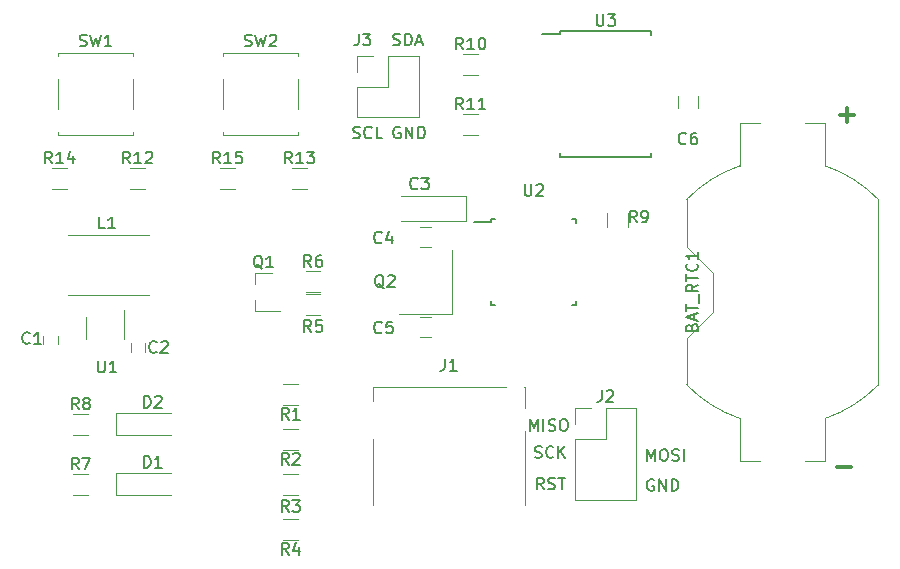
<source format=gbr>
G04 #@! TF.FileFunction,Legend,Top*
%FSLAX46Y46*%
G04 Gerber Fmt 4.6, Leading zero omitted, Abs format (unit mm)*
G04 Created by KiCad (PCBNEW 4.0.7) date 01/15/18 20:31:51*
%MOMM*%
%LPD*%
G01*
G04 APERTURE LIST*
%ADD10C,0.100000*%
%ADD11C,0.150000*%
%ADD12C,0.300000*%
%ADD13C,0.120000*%
G04 APERTURE END LIST*
D10*
D11*
X81081714Y-66952762D02*
X81224571Y-67000381D01*
X81462667Y-67000381D01*
X81557905Y-66952762D01*
X81605524Y-66905143D01*
X81653143Y-66809905D01*
X81653143Y-66714667D01*
X81605524Y-66619429D01*
X81557905Y-66571810D01*
X81462667Y-66524190D01*
X81272190Y-66476571D01*
X81176952Y-66428952D01*
X81129333Y-66381333D01*
X81081714Y-66286095D01*
X81081714Y-66190857D01*
X81129333Y-66095619D01*
X81176952Y-66048000D01*
X81272190Y-66000381D01*
X81510286Y-66000381D01*
X81653143Y-66048000D01*
X82081714Y-67000381D02*
X82081714Y-66000381D01*
X82319809Y-66000381D01*
X82462667Y-66048000D01*
X82557905Y-66143238D01*
X82605524Y-66238476D01*
X82653143Y-66428952D01*
X82653143Y-66571810D01*
X82605524Y-66762286D01*
X82557905Y-66857524D01*
X82462667Y-66952762D01*
X82319809Y-67000381D01*
X82081714Y-67000381D01*
X83034095Y-66714667D02*
X83510286Y-66714667D01*
X82938857Y-67000381D02*
X83272190Y-66000381D01*
X83605524Y-67000381D01*
X81661096Y-73922000D02*
X81565858Y-73874381D01*
X81423001Y-73874381D01*
X81280143Y-73922000D01*
X81184905Y-74017238D01*
X81137286Y-74112476D01*
X81089667Y-74302952D01*
X81089667Y-74445810D01*
X81137286Y-74636286D01*
X81184905Y-74731524D01*
X81280143Y-74826762D01*
X81423001Y-74874381D01*
X81518239Y-74874381D01*
X81661096Y-74826762D01*
X81708715Y-74779143D01*
X81708715Y-74445810D01*
X81518239Y-74445810D01*
X82137286Y-74874381D02*
X82137286Y-73874381D01*
X82708715Y-74874381D01*
X82708715Y-73874381D01*
X83184905Y-74874381D02*
X83184905Y-73874381D01*
X83423000Y-73874381D01*
X83565858Y-73922000D01*
X83661096Y-74017238D01*
X83708715Y-74112476D01*
X83756334Y-74302952D01*
X83756334Y-74445810D01*
X83708715Y-74636286D01*
X83661096Y-74731524D01*
X83565858Y-74826762D01*
X83423000Y-74874381D01*
X83184905Y-74874381D01*
X77676524Y-74826762D02*
X77819381Y-74874381D01*
X78057477Y-74874381D01*
X78152715Y-74826762D01*
X78200334Y-74779143D01*
X78247953Y-74683905D01*
X78247953Y-74588667D01*
X78200334Y-74493429D01*
X78152715Y-74445810D01*
X78057477Y-74398190D01*
X77867000Y-74350571D01*
X77771762Y-74302952D01*
X77724143Y-74255333D01*
X77676524Y-74160095D01*
X77676524Y-74064857D01*
X77724143Y-73969619D01*
X77771762Y-73922000D01*
X77867000Y-73874381D01*
X78105096Y-73874381D01*
X78247953Y-73922000D01*
X79247953Y-74779143D02*
X79200334Y-74826762D01*
X79057477Y-74874381D01*
X78962239Y-74874381D01*
X78819381Y-74826762D01*
X78724143Y-74731524D01*
X78676524Y-74636286D01*
X78628905Y-74445810D01*
X78628905Y-74302952D01*
X78676524Y-74112476D01*
X78724143Y-74017238D01*
X78819381Y-73922000D01*
X78962239Y-73874381D01*
X79057477Y-73874381D01*
X79200334Y-73922000D01*
X79247953Y-73969619D01*
X80152715Y-74874381D02*
X79676524Y-74874381D01*
X79676524Y-73874381D01*
X92662572Y-99639381D02*
X92662572Y-98639381D01*
X92995906Y-99353667D01*
X93329239Y-98639381D01*
X93329239Y-99639381D01*
X93805429Y-99639381D02*
X93805429Y-98639381D01*
X94234000Y-99591762D02*
X94376857Y-99639381D01*
X94614953Y-99639381D01*
X94710191Y-99591762D01*
X94757810Y-99544143D01*
X94805429Y-99448905D01*
X94805429Y-99353667D01*
X94757810Y-99258429D01*
X94710191Y-99210810D01*
X94614953Y-99163190D01*
X94424476Y-99115571D01*
X94329238Y-99067952D01*
X94281619Y-99020333D01*
X94234000Y-98925095D01*
X94234000Y-98829857D01*
X94281619Y-98734619D01*
X94329238Y-98687000D01*
X94424476Y-98639381D01*
X94662572Y-98639381D01*
X94805429Y-98687000D01*
X95424476Y-98639381D02*
X95614953Y-98639381D01*
X95710191Y-98687000D01*
X95805429Y-98782238D01*
X95853048Y-98972714D01*
X95853048Y-99306048D01*
X95805429Y-99496524D01*
X95710191Y-99591762D01*
X95614953Y-99639381D01*
X95424476Y-99639381D01*
X95329238Y-99591762D01*
X95234000Y-99496524D01*
X95186381Y-99306048D01*
X95186381Y-98972714D01*
X95234000Y-98782238D01*
X95329238Y-98687000D01*
X95424476Y-98639381D01*
X93075286Y-101877762D02*
X93218143Y-101925381D01*
X93456239Y-101925381D01*
X93551477Y-101877762D01*
X93599096Y-101830143D01*
X93646715Y-101734905D01*
X93646715Y-101639667D01*
X93599096Y-101544429D01*
X93551477Y-101496810D01*
X93456239Y-101449190D01*
X93265762Y-101401571D01*
X93170524Y-101353952D01*
X93122905Y-101306333D01*
X93075286Y-101211095D01*
X93075286Y-101115857D01*
X93122905Y-101020619D01*
X93170524Y-100973000D01*
X93265762Y-100925381D01*
X93503858Y-100925381D01*
X93646715Y-100973000D01*
X94646715Y-101830143D02*
X94599096Y-101877762D01*
X94456239Y-101925381D01*
X94361001Y-101925381D01*
X94218143Y-101877762D01*
X94122905Y-101782524D01*
X94075286Y-101687286D01*
X94027667Y-101496810D01*
X94027667Y-101353952D01*
X94075286Y-101163476D01*
X94122905Y-101068238D01*
X94218143Y-100973000D01*
X94361001Y-100925381D01*
X94456239Y-100925381D01*
X94599096Y-100973000D01*
X94646715Y-101020619D01*
X95075286Y-101925381D02*
X95075286Y-100925381D01*
X95646715Y-101925381D02*
X95218143Y-101353952D01*
X95646715Y-100925381D02*
X95075286Y-101496810D01*
X93813381Y-104592381D02*
X93480047Y-104116190D01*
X93241952Y-104592381D02*
X93241952Y-103592381D01*
X93622905Y-103592381D01*
X93718143Y-103640000D01*
X93765762Y-103687619D01*
X93813381Y-103782857D01*
X93813381Y-103925714D01*
X93765762Y-104020952D01*
X93718143Y-104068571D01*
X93622905Y-104116190D01*
X93241952Y-104116190D01*
X94194333Y-104544762D02*
X94337190Y-104592381D01*
X94575286Y-104592381D01*
X94670524Y-104544762D01*
X94718143Y-104497143D01*
X94765762Y-104401905D01*
X94765762Y-104306667D01*
X94718143Y-104211429D01*
X94670524Y-104163810D01*
X94575286Y-104116190D01*
X94384809Y-104068571D01*
X94289571Y-104020952D01*
X94241952Y-103973333D01*
X94194333Y-103878095D01*
X94194333Y-103782857D01*
X94241952Y-103687619D01*
X94289571Y-103640000D01*
X94384809Y-103592381D01*
X94622905Y-103592381D01*
X94765762Y-103640000D01*
X95051476Y-103592381D02*
X95622905Y-103592381D01*
X95337190Y-104592381D02*
X95337190Y-103592381D01*
X102568572Y-102179381D02*
X102568572Y-101179381D01*
X102901906Y-101893667D01*
X103235239Y-101179381D01*
X103235239Y-102179381D01*
X103901905Y-101179381D02*
X104092382Y-101179381D01*
X104187620Y-101227000D01*
X104282858Y-101322238D01*
X104330477Y-101512714D01*
X104330477Y-101846048D01*
X104282858Y-102036524D01*
X104187620Y-102131762D01*
X104092382Y-102179381D01*
X103901905Y-102179381D01*
X103806667Y-102131762D01*
X103711429Y-102036524D01*
X103663810Y-101846048D01*
X103663810Y-101512714D01*
X103711429Y-101322238D01*
X103806667Y-101227000D01*
X103901905Y-101179381D01*
X104711429Y-102131762D02*
X104854286Y-102179381D01*
X105092382Y-102179381D01*
X105187620Y-102131762D01*
X105235239Y-102084143D01*
X105282858Y-101988905D01*
X105282858Y-101893667D01*
X105235239Y-101798429D01*
X105187620Y-101750810D01*
X105092382Y-101703190D01*
X104901905Y-101655571D01*
X104806667Y-101607952D01*
X104759048Y-101560333D01*
X104711429Y-101465095D01*
X104711429Y-101369857D01*
X104759048Y-101274619D01*
X104806667Y-101227000D01*
X104901905Y-101179381D01*
X105140001Y-101179381D01*
X105282858Y-101227000D01*
X105711429Y-102179381D02*
X105711429Y-101179381D01*
X103124096Y-103767000D02*
X103028858Y-103719381D01*
X102886001Y-103719381D01*
X102743143Y-103767000D01*
X102647905Y-103862238D01*
X102600286Y-103957476D01*
X102552667Y-104147952D01*
X102552667Y-104290810D01*
X102600286Y-104481286D01*
X102647905Y-104576524D01*
X102743143Y-104671762D01*
X102886001Y-104719381D01*
X102981239Y-104719381D01*
X103124096Y-104671762D01*
X103171715Y-104624143D01*
X103171715Y-104290810D01*
X102981239Y-104290810D01*
X103600286Y-104719381D02*
X103600286Y-103719381D01*
X104171715Y-104719381D01*
X104171715Y-103719381D01*
X104647905Y-104719381D02*
X104647905Y-103719381D01*
X104886000Y-103719381D01*
X105028858Y-103767000D01*
X105124096Y-103862238D01*
X105171715Y-103957476D01*
X105219334Y-104147952D01*
X105219334Y-104290810D01*
X105171715Y-104481286D01*
X105124096Y-104576524D01*
X105028858Y-104671762D01*
X104886000Y-104719381D01*
X104647905Y-104719381D01*
D12*
X118681572Y-102723143D02*
X119824429Y-102723143D01*
X118935572Y-72878143D02*
X120078429Y-72878143D01*
X119507000Y-73449571D02*
X119507000Y-72306714D01*
D13*
X105934211Y-80038630D02*
G75*
G02X110436000Y-77192000I8111789J-7845370D01*
G01*
X122157789Y-95729370D02*
G75*
G02X117656000Y-98576000I-8111789J7845370D01*
G01*
X105934211Y-95729370D02*
G75*
G03X110436000Y-98576000I8111789J7845370D01*
G01*
X122157789Y-80038630D02*
G75*
G03X117656000Y-77192000I-8111789J-7845370D01*
G01*
X112146000Y-73574000D02*
X110436000Y-73574000D01*
X110436000Y-77192000D02*
X110436000Y-73574000D01*
X105936000Y-84024000D02*
X105936000Y-80036700D01*
X108136000Y-86224000D02*
X105936000Y-84024000D01*
X108136000Y-89544000D02*
X108136000Y-86224000D01*
X108136000Y-89544000D02*
X105936000Y-91744000D01*
X105936000Y-95731300D02*
X105936000Y-91744000D01*
X112146000Y-102194000D02*
X110436000Y-102194000D01*
X110436000Y-102194000D02*
X110436000Y-98576000D01*
X117656000Y-98576000D02*
X117656000Y-102194000D01*
X115946000Y-102194000D02*
X117656000Y-102194000D01*
X122156000Y-80036700D02*
X122156000Y-95731300D01*
X115946000Y-73574000D02*
X117656000Y-73574000D01*
X117656000Y-73574000D02*
X117656000Y-77192000D01*
X51470000Y-92298000D02*
X51470000Y-91598000D01*
X52670000Y-91598000D02*
X52670000Y-92298000D01*
X58912200Y-92933000D02*
X58912200Y-92233000D01*
X60112200Y-92233000D02*
X60112200Y-92933000D01*
X87212000Y-81822000D02*
X81712000Y-81822000D01*
X87212000Y-79722000D02*
X81712000Y-79722000D01*
X87212000Y-81822000D02*
X87212000Y-79722000D01*
X84320000Y-82335000D02*
X83320000Y-82335000D01*
X83320000Y-84035000D02*
X84320000Y-84035000D01*
X84320000Y-89955000D02*
X83320000Y-89955000D01*
X83320000Y-91655000D02*
X84320000Y-91655000D01*
X105195000Y-71255000D02*
X105195000Y-72255000D01*
X106895000Y-72255000D02*
X106895000Y-71255000D01*
X57606000Y-103190000D02*
X57606000Y-105090000D01*
X57606000Y-105090000D02*
X62306000Y-105090000D01*
X57606000Y-103190000D02*
X62306000Y-103190000D01*
X57606000Y-98110000D02*
X57606000Y-100010000D01*
X57606000Y-100010000D02*
X62306000Y-100010000D01*
X57606000Y-98110000D02*
X62306000Y-98110000D01*
X92240000Y-99622000D02*
X92240000Y-105922000D01*
X79370000Y-100322000D02*
X79370000Y-105922000D01*
X92240000Y-95912000D02*
X92240000Y-97722000D01*
X79370000Y-95912000D02*
X90630000Y-95912000D01*
X79370000Y-97072000D02*
X79370000Y-95912000D01*
X92130000Y-95912000D02*
X92240000Y-95912000D01*
X96460000Y-105470000D02*
X101660000Y-105470000D01*
X96460000Y-100330000D02*
X96460000Y-105470000D01*
X101660000Y-97730000D02*
X101660000Y-105470000D01*
X96460000Y-100330000D02*
X99060000Y-100330000D01*
X99060000Y-100330000D02*
X99060000Y-97730000D01*
X99060000Y-97730000D02*
X101660000Y-97730000D01*
X96460000Y-99060000D02*
X96460000Y-97730000D01*
X96460000Y-97730000D02*
X97790000Y-97730000D01*
X78045000Y-73085000D02*
X83245000Y-73085000D01*
X78045000Y-70485000D02*
X78045000Y-73085000D01*
X83245000Y-67885000D02*
X83245000Y-73085000D01*
X78045000Y-70485000D02*
X80645000Y-70485000D01*
X80645000Y-70485000D02*
X80645000Y-67885000D01*
X80645000Y-67885000D02*
X83245000Y-67885000D01*
X78045000Y-69215000D02*
X78045000Y-67885000D01*
X78045000Y-67885000D02*
X79375000Y-67885000D01*
X60422200Y-88148000D02*
X53522200Y-88148000D01*
X60422200Y-83048000D02*
X53522200Y-83048000D01*
X69344000Y-86304000D02*
X69344000Y-87234000D01*
X69344000Y-89464000D02*
X69344000Y-88534000D01*
X69344000Y-89464000D02*
X71504000Y-89464000D01*
X69344000Y-86304000D02*
X70804000Y-86304000D01*
X81570000Y-89695000D02*
X86070000Y-89695000D01*
X86070000Y-89695000D02*
X86070000Y-84295000D01*
X71790000Y-95640000D02*
X72990000Y-95640000D01*
X72990000Y-97400000D02*
X71790000Y-97400000D01*
X71790000Y-99450000D02*
X72990000Y-99450000D01*
X72990000Y-101210000D02*
X71790000Y-101210000D01*
X72990000Y-105020000D02*
X71790000Y-105020000D01*
X71790000Y-103260000D02*
X72990000Y-103260000D01*
X71790000Y-107070000D02*
X72990000Y-107070000D01*
X72990000Y-108830000D02*
X71790000Y-108830000D01*
X74895000Y-89780000D02*
X73695000Y-89780000D01*
X73695000Y-88020000D02*
X74895000Y-88020000D01*
X74895000Y-87875000D02*
X73695000Y-87875000D01*
X73695000Y-86115000D02*
X74895000Y-86115000D01*
X55210000Y-105020000D02*
X54010000Y-105020000D01*
X54010000Y-103260000D02*
X55210000Y-103260000D01*
X55210000Y-99940000D02*
X54010000Y-99940000D01*
X54010000Y-98180000D02*
X55210000Y-98180000D01*
X100956000Y-81188000D02*
X100956000Y-82388000D01*
X99196000Y-82388000D02*
X99196000Y-81188000D01*
X88230000Y-69460000D02*
X87030000Y-69460000D01*
X87030000Y-67700000D02*
X88230000Y-67700000D01*
X88230000Y-74540000D02*
X87030000Y-74540000D01*
X87030000Y-72780000D02*
X88230000Y-72780000D01*
X60036000Y-79112000D02*
X58836000Y-79112000D01*
X58836000Y-77352000D02*
X60036000Y-77352000D01*
X73752000Y-79112000D02*
X72552000Y-79112000D01*
X72552000Y-77352000D02*
X73752000Y-77352000D01*
X53432000Y-79112000D02*
X52232000Y-79112000D01*
X52232000Y-77352000D02*
X53432000Y-77352000D01*
X67656000Y-79112000D02*
X66456000Y-79112000D01*
X66456000Y-77352000D02*
X67656000Y-77352000D01*
X52730000Y-67920000D02*
X52730000Y-67670000D01*
X52730000Y-67670000D02*
X59030000Y-67670000D01*
X59030000Y-67670000D02*
X59030000Y-67920000D01*
X52730000Y-72420000D02*
X52730000Y-69820000D01*
X59030000Y-74320000D02*
X59030000Y-74570000D01*
X59030000Y-74570000D02*
X52730000Y-74570000D01*
X52730000Y-74570000D02*
X52730000Y-74320000D01*
X59030000Y-69820000D02*
X59030000Y-72420000D01*
X66700000Y-67920000D02*
X66700000Y-67670000D01*
X66700000Y-67670000D02*
X73000000Y-67670000D01*
X73000000Y-67670000D02*
X73000000Y-67920000D01*
X66700000Y-72420000D02*
X66700000Y-69820000D01*
X73000000Y-74320000D02*
X73000000Y-74570000D01*
X73000000Y-74570000D02*
X66700000Y-74570000D01*
X66700000Y-74570000D02*
X66700000Y-74320000D01*
X73000000Y-69820000D02*
X73000000Y-72420000D01*
X55108200Y-90032000D02*
X55108200Y-91832000D01*
X58328200Y-91832000D02*
X58328200Y-89382000D01*
D11*
X89339000Y-81719000D02*
X89339000Y-81944000D01*
X96589000Y-81719000D02*
X96589000Y-82044000D01*
X96589000Y-88969000D02*
X96589000Y-88644000D01*
X89339000Y-88969000D02*
X89339000Y-88644000D01*
X89339000Y-81719000D02*
X89664000Y-81719000D01*
X89339000Y-88969000D02*
X89664000Y-88969000D01*
X96589000Y-88969000D02*
X96264000Y-88969000D01*
X96589000Y-81719000D02*
X96264000Y-81719000D01*
X89339000Y-81944000D02*
X87914000Y-81944000D01*
X95185000Y-65795000D02*
X95185000Y-66070000D01*
X102935000Y-65795000D02*
X102935000Y-66150000D01*
X102935000Y-76445000D02*
X102935000Y-76090000D01*
X95185000Y-76445000D02*
X95185000Y-76090000D01*
X95185000Y-65795000D02*
X102935000Y-65795000D01*
X95185000Y-76445000D02*
X102935000Y-76445000D01*
X95185000Y-66070000D02*
X93660000Y-66070000D01*
X106354571Y-90860190D02*
X106402190Y-90717333D01*
X106449810Y-90669714D01*
X106545048Y-90622095D01*
X106687905Y-90622095D01*
X106783143Y-90669714D01*
X106830762Y-90717333D01*
X106878381Y-90812571D01*
X106878381Y-91193524D01*
X105878381Y-91193524D01*
X105878381Y-90860190D01*
X105926000Y-90764952D01*
X105973619Y-90717333D01*
X106068857Y-90669714D01*
X106164095Y-90669714D01*
X106259333Y-90717333D01*
X106306952Y-90764952D01*
X106354571Y-90860190D01*
X106354571Y-91193524D01*
X106592667Y-90241143D02*
X106592667Y-89764952D01*
X106878381Y-90336381D02*
X105878381Y-90003048D01*
X106878381Y-89669714D01*
X105878381Y-89479238D02*
X105878381Y-88907809D01*
X106878381Y-89193524D02*
X105878381Y-89193524D01*
X106973619Y-88812571D02*
X106973619Y-88050666D01*
X106878381Y-87241142D02*
X106402190Y-87574476D01*
X106878381Y-87812571D02*
X105878381Y-87812571D01*
X105878381Y-87431618D01*
X105926000Y-87336380D01*
X105973619Y-87288761D01*
X106068857Y-87241142D01*
X106211714Y-87241142D01*
X106306952Y-87288761D01*
X106354571Y-87336380D01*
X106402190Y-87431618D01*
X106402190Y-87812571D01*
X105878381Y-86955428D02*
X105878381Y-86383999D01*
X106878381Y-86669714D02*
X105878381Y-86669714D01*
X106783143Y-85479237D02*
X106830762Y-85526856D01*
X106878381Y-85669713D01*
X106878381Y-85764951D01*
X106830762Y-85907809D01*
X106735524Y-86003047D01*
X106640286Y-86050666D01*
X106449810Y-86098285D01*
X106306952Y-86098285D01*
X106116476Y-86050666D01*
X106021238Y-86003047D01*
X105926000Y-85907809D01*
X105878381Y-85764951D01*
X105878381Y-85669713D01*
X105926000Y-85526856D01*
X105973619Y-85479237D01*
X106878381Y-84526856D02*
X106878381Y-85098285D01*
X106878381Y-84812571D02*
X105878381Y-84812571D01*
X106021238Y-84907809D01*
X106116476Y-85003047D01*
X106164095Y-85098285D01*
X50303134Y-92178143D02*
X50255515Y-92225762D01*
X50112658Y-92273381D01*
X50017420Y-92273381D01*
X49874562Y-92225762D01*
X49779324Y-92130524D01*
X49731705Y-92035286D01*
X49684086Y-91844810D01*
X49684086Y-91701952D01*
X49731705Y-91511476D01*
X49779324Y-91416238D01*
X49874562Y-91321000D01*
X50017420Y-91273381D01*
X50112658Y-91273381D01*
X50255515Y-91321000D01*
X50303134Y-91368619D01*
X51255515Y-92273381D02*
X50684086Y-92273381D01*
X50969800Y-92273381D02*
X50969800Y-91273381D01*
X50874562Y-91416238D01*
X50779324Y-91511476D01*
X50684086Y-91559095D01*
X61047334Y-92940143D02*
X60999715Y-92987762D01*
X60856858Y-93035381D01*
X60761620Y-93035381D01*
X60618762Y-92987762D01*
X60523524Y-92892524D01*
X60475905Y-92797286D01*
X60428286Y-92606810D01*
X60428286Y-92463952D01*
X60475905Y-92273476D01*
X60523524Y-92178238D01*
X60618762Y-92083000D01*
X60761620Y-92035381D01*
X60856858Y-92035381D01*
X60999715Y-92083000D01*
X61047334Y-92130619D01*
X61428286Y-92130619D02*
X61475905Y-92083000D01*
X61571143Y-92035381D01*
X61809239Y-92035381D01*
X61904477Y-92083000D01*
X61952096Y-92130619D01*
X61999715Y-92225857D01*
X61999715Y-92321095D01*
X61952096Y-92463952D01*
X61380667Y-93035381D01*
X61999715Y-93035381D01*
X83145334Y-79097143D02*
X83097715Y-79144762D01*
X82954858Y-79192381D01*
X82859620Y-79192381D01*
X82716762Y-79144762D01*
X82621524Y-79049524D01*
X82573905Y-78954286D01*
X82526286Y-78763810D01*
X82526286Y-78620952D01*
X82573905Y-78430476D01*
X82621524Y-78335238D01*
X82716762Y-78240000D01*
X82859620Y-78192381D01*
X82954858Y-78192381D01*
X83097715Y-78240000D01*
X83145334Y-78287619D01*
X83478667Y-78192381D02*
X84097715Y-78192381D01*
X83764381Y-78573333D01*
X83907239Y-78573333D01*
X84002477Y-78620952D01*
X84050096Y-78668571D01*
X84097715Y-78763810D01*
X84097715Y-79001905D01*
X84050096Y-79097143D01*
X84002477Y-79144762D01*
X83907239Y-79192381D01*
X83621524Y-79192381D01*
X83526286Y-79144762D01*
X83478667Y-79097143D01*
X80097334Y-83669143D02*
X80049715Y-83716762D01*
X79906858Y-83764381D01*
X79811620Y-83764381D01*
X79668762Y-83716762D01*
X79573524Y-83621524D01*
X79525905Y-83526286D01*
X79478286Y-83335810D01*
X79478286Y-83192952D01*
X79525905Y-83002476D01*
X79573524Y-82907238D01*
X79668762Y-82812000D01*
X79811620Y-82764381D01*
X79906858Y-82764381D01*
X80049715Y-82812000D01*
X80097334Y-82859619D01*
X80954477Y-83097714D02*
X80954477Y-83764381D01*
X80716381Y-82716762D02*
X80478286Y-83431048D01*
X81097334Y-83431048D01*
X80097334Y-91289143D02*
X80049715Y-91336762D01*
X79906858Y-91384381D01*
X79811620Y-91384381D01*
X79668762Y-91336762D01*
X79573524Y-91241524D01*
X79525905Y-91146286D01*
X79478286Y-90955810D01*
X79478286Y-90812952D01*
X79525905Y-90622476D01*
X79573524Y-90527238D01*
X79668762Y-90432000D01*
X79811620Y-90384381D01*
X79906858Y-90384381D01*
X80049715Y-90432000D01*
X80097334Y-90479619D01*
X81002096Y-90384381D02*
X80525905Y-90384381D01*
X80478286Y-90860571D01*
X80525905Y-90812952D01*
X80621143Y-90765333D01*
X80859239Y-90765333D01*
X80954477Y-90812952D01*
X81002096Y-90860571D01*
X81049715Y-90955810D01*
X81049715Y-91193905D01*
X81002096Y-91289143D01*
X80954477Y-91336762D01*
X80859239Y-91384381D01*
X80621143Y-91384381D01*
X80525905Y-91336762D01*
X80478286Y-91289143D01*
X105878334Y-75287143D02*
X105830715Y-75334762D01*
X105687858Y-75382381D01*
X105592620Y-75382381D01*
X105449762Y-75334762D01*
X105354524Y-75239524D01*
X105306905Y-75144286D01*
X105259286Y-74953810D01*
X105259286Y-74810952D01*
X105306905Y-74620476D01*
X105354524Y-74525238D01*
X105449762Y-74430000D01*
X105592620Y-74382381D01*
X105687858Y-74382381D01*
X105830715Y-74430000D01*
X105878334Y-74477619D01*
X106735477Y-74382381D02*
X106545000Y-74382381D01*
X106449762Y-74430000D01*
X106402143Y-74477619D01*
X106306905Y-74620476D01*
X106259286Y-74810952D01*
X106259286Y-75191905D01*
X106306905Y-75287143D01*
X106354524Y-75334762D01*
X106449762Y-75382381D01*
X106640239Y-75382381D01*
X106735477Y-75334762D01*
X106783096Y-75287143D01*
X106830715Y-75191905D01*
X106830715Y-74953810D01*
X106783096Y-74858571D01*
X106735477Y-74810952D01*
X106640239Y-74763333D01*
X106449762Y-74763333D01*
X106354524Y-74810952D01*
X106306905Y-74858571D01*
X106259286Y-74953810D01*
X59967905Y-102742381D02*
X59967905Y-101742381D01*
X60206000Y-101742381D01*
X60348858Y-101790000D01*
X60444096Y-101885238D01*
X60491715Y-101980476D01*
X60539334Y-102170952D01*
X60539334Y-102313810D01*
X60491715Y-102504286D01*
X60444096Y-102599524D01*
X60348858Y-102694762D01*
X60206000Y-102742381D01*
X59967905Y-102742381D01*
X61491715Y-102742381D02*
X60920286Y-102742381D01*
X61206000Y-102742381D02*
X61206000Y-101742381D01*
X61110762Y-101885238D01*
X61015524Y-101980476D01*
X60920286Y-102028095D01*
X59967905Y-97662381D02*
X59967905Y-96662381D01*
X60206000Y-96662381D01*
X60348858Y-96710000D01*
X60444096Y-96805238D01*
X60491715Y-96900476D01*
X60539334Y-97090952D01*
X60539334Y-97233810D01*
X60491715Y-97424286D01*
X60444096Y-97519524D01*
X60348858Y-97614762D01*
X60206000Y-97662381D01*
X59967905Y-97662381D01*
X60920286Y-96757619D02*
X60967905Y-96710000D01*
X61063143Y-96662381D01*
X61301239Y-96662381D01*
X61396477Y-96710000D01*
X61444096Y-96757619D01*
X61491715Y-96852857D01*
X61491715Y-96948095D01*
X61444096Y-97090952D01*
X60872667Y-97662381D01*
X61491715Y-97662381D01*
X85446667Y-93524381D02*
X85446667Y-94238667D01*
X85399047Y-94381524D01*
X85303809Y-94476762D01*
X85160952Y-94524381D01*
X85065714Y-94524381D01*
X86446667Y-94524381D02*
X85875238Y-94524381D01*
X86160952Y-94524381D02*
X86160952Y-93524381D01*
X86065714Y-93667238D01*
X85970476Y-93762476D01*
X85875238Y-93810095D01*
X98726667Y-96182381D02*
X98726667Y-96896667D01*
X98679047Y-97039524D01*
X98583809Y-97134762D01*
X98440952Y-97182381D01*
X98345714Y-97182381D01*
X99155238Y-96277619D02*
X99202857Y-96230000D01*
X99298095Y-96182381D01*
X99536191Y-96182381D01*
X99631429Y-96230000D01*
X99679048Y-96277619D01*
X99726667Y-96372857D01*
X99726667Y-96468095D01*
X99679048Y-96610952D01*
X99107619Y-97182381D01*
X99726667Y-97182381D01*
X78152667Y-66000381D02*
X78152667Y-66714667D01*
X78105047Y-66857524D01*
X78009809Y-66952762D01*
X77866952Y-67000381D01*
X77771714Y-67000381D01*
X78533619Y-66000381D02*
X79152667Y-66000381D01*
X78819333Y-66381333D01*
X78962191Y-66381333D01*
X79057429Y-66428952D01*
X79105048Y-66476571D01*
X79152667Y-66571810D01*
X79152667Y-66809905D01*
X79105048Y-66905143D01*
X79057429Y-66952762D01*
X78962191Y-67000381D01*
X78676476Y-67000381D01*
X78581238Y-66952762D01*
X78533619Y-66905143D01*
X56678534Y-82494381D02*
X56202343Y-82494381D01*
X56202343Y-81494381D01*
X57535677Y-82494381D02*
X56964248Y-82494381D01*
X57249962Y-82494381D02*
X57249962Y-81494381D01*
X57154724Y-81637238D01*
X57059486Y-81732476D01*
X56964248Y-81780095D01*
X70008762Y-85891619D02*
X69913524Y-85844000D01*
X69818286Y-85748762D01*
X69675429Y-85605905D01*
X69580190Y-85558286D01*
X69484952Y-85558286D01*
X69532571Y-85796381D02*
X69437333Y-85748762D01*
X69342095Y-85653524D01*
X69294476Y-85463048D01*
X69294476Y-85129714D01*
X69342095Y-84939238D01*
X69437333Y-84844000D01*
X69532571Y-84796381D01*
X69723048Y-84796381D01*
X69818286Y-84844000D01*
X69913524Y-84939238D01*
X69961143Y-85129714D01*
X69961143Y-85463048D01*
X69913524Y-85653524D01*
X69818286Y-85748762D01*
X69723048Y-85796381D01*
X69532571Y-85796381D01*
X70913524Y-85796381D02*
X70342095Y-85796381D01*
X70627809Y-85796381D02*
X70627809Y-84796381D01*
X70532571Y-84939238D01*
X70437333Y-85034476D01*
X70342095Y-85082095D01*
X80295762Y-87542619D02*
X80200524Y-87495000D01*
X80105286Y-87399762D01*
X79962429Y-87256905D01*
X79867190Y-87209286D01*
X79771952Y-87209286D01*
X79819571Y-87447381D02*
X79724333Y-87399762D01*
X79629095Y-87304524D01*
X79581476Y-87114048D01*
X79581476Y-86780714D01*
X79629095Y-86590238D01*
X79724333Y-86495000D01*
X79819571Y-86447381D01*
X80010048Y-86447381D01*
X80105286Y-86495000D01*
X80200524Y-86590238D01*
X80248143Y-86780714D01*
X80248143Y-87114048D01*
X80200524Y-87304524D01*
X80105286Y-87399762D01*
X80010048Y-87447381D01*
X79819571Y-87447381D01*
X80629095Y-86542619D02*
X80676714Y-86495000D01*
X80771952Y-86447381D01*
X81010048Y-86447381D01*
X81105286Y-86495000D01*
X81152905Y-86542619D01*
X81200524Y-86637857D01*
X81200524Y-86733095D01*
X81152905Y-86875952D01*
X80581476Y-87447381D01*
X81200524Y-87447381D01*
X72223334Y-98672381D02*
X71890000Y-98196190D01*
X71651905Y-98672381D02*
X71651905Y-97672381D01*
X72032858Y-97672381D01*
X72128096Y-97720000D01*
X72175715Y-97767619D01*
X72223334Y-97862857D01*
X72223334Y-98005714D01*
X72175715Y-98100952D01*
X72128096Y-98148571D01*
X72032858Y-98196190D01*
X71651905Y-98196190D01*
X73175715Y-98672381D02*
X72604286Y-98672381D01*
X72890000Y-98672381D02*
X72890000Y-97672381D01*
X72794762Y-97815238D01*
X72699524Y-97910476D01*
X72604286Y-97958095D01*
X72223334Y-102482381D02*
X71890000Y-102006190D01*
X71651905Y-102482381D02*
X71651905Y-101482381D01*
X72032858Y-101482381D01*
X72128096Y-101530000D01*
X72175715Y-101577619D01*
X72223334Y-101672857D01*
X72223334Y-101815714D01*
X72175715Y-101910952D01*
X72128096Y-101958571D01*
X72032858Y-102006190D01*
X71651905Y-102006190D01*
X72604286Y-101577619D02*
X72651905Y-101530000D01*
X72747143Y-101482381D01*
X72985239Y-101482381D01*
X73080477Y-101530000D01*
X73128096Y-101577619D01*
X73175715Y-101672857D01*
X73175715Y-101768095D01*
X73128096Y-101910952D01*
X72556667Y-102482381D01*
X73175715Y-102482381D01*
X72223334Y-106497381D02*
X71890000Y-106021190D01*
X71651905Y-106497381D02*
X71651905Y-105497381D01*
X72032858Y-105497381D01*
X72128096Y-105545000D01*
X72175715Y-105592619D01*
X72223334Y-105687857D01*
X72223334Y-105830714D01*
X72175715Y-105925952D01*
X72128096Y-105973571D01*
X72032858Y-106021190D01*
X71651905Y-106021190D01*
X72556667Y-105497381D02*
X73175715Y-105497381D01*
X72842381Y-105878333D01*
X72985239Y-105878333D01*
X73080477Y-105925952D01*
X73128096Y-105973571D01*
X73175715Y-106068810D01*
X73175715Y-106306905D01*
X73128096Y-106402143D01*
X73080477Y-106449762D01*
X72985239Y-106497381D01*
X72699524Y-106497381D01*
X72604286Y-106449762D01*
X72556667Y-106402143D01*
X72223334Y-110102381D02*
X71890000Y-109626190D01*
X71651905Y-110102381D02*
X71651905Y-109102381D01*
X72032858Y-109102381D01*
X72128096Y-109150000D01*
X72175715Y-109197619D01*
X72223334Y-109292857D01*
X72223334Y-109435714D01*
X72175715Y-109530952D01*
X72128096Y-109578571D01*
X72032858Y-109626190D01*
X71651905Y-109626190D01*
X73080477Y-109435714D02*
X73080477Y-110102381D01*
X72842381Y-109054762D02*
X72604286Y-109769048D01*
X73223334Y-109769048D01*
X74128334Y-91257381D02*
X73795000Y-90781190D01*
X73556905Y-91257381D02*
X73556905Y-90257381D01*
X73937858Y-90257381D01*
X74033096Y-90305000D01*
X74080715Y-90352619D01*
X74128334Y-90447857D01*
X74128334Y-90590714D01*
X74080715Y-90685952D01*
X74033096Y-90733571D01*
X73937858Y-90781190D01*
X73556905Y-90781190D01*
X75033096Y-90257381D02*
X74556905Y-90257381D01*
X74509286Y-90733571D01*
X74556905Y-90685952D01*
X74652143Y-90638333D01*
X74890239Y-90638333D01*
X74985477Y-90685952D01*
X75033096Y-90733571D01*
X75080715Y-90828810D01*
X75080715Y-91066905D01*
X75033096Y-91162143D01*
X74985477Y-91209762D01*
X74890239Y-91257381D01*
X74652143Y-91257381D01*
X74556905Y-91209762D01*
X74509286Y-91162143D01*
X74128334Y-85747381D02*
X73795000Y-85271190D01*
X73556905Y-85747381D02*
X73556905Y-84747381D01*
X73937858Y-84747381D01*
X74033096Y-84795000D01*
X74080715Y-84842619D01*
X74128334Y-84937857D01*
X74128334Y-85080714D01*
X74080715Y-85175952D01*
X74033096Y-85223571D01*
X73937858Y-85271190D01*
X73556905Y-85271190D01*
X74985477Y-84747381D02*
X74795000Y-84747381D01*
X74699762Y-84795000D01*
X74652143Y-84842619D01*
X74556905Y-84985476D01*
X74509286Y-85175952D01*
X74509286Y-85556905D01*
X74556905Y-85652143D01*
X74604524Y-85699762D01*
X74699762Y-85747381D01*
X74890239Y-85747381D01*
X74985477Y-85699762D01*
X75033096Y-85652143D01*
X75080715Y-85556905D01*
X75080715Y-85318810D01*
X75033096Y-85223571D01*
X74985477Y-85175952D01*
X74890239Y-85128333D01*
X74699762Y-85128333D01*
X74604524Y-85175952D01*
X74556905Y-85223571D01*
X74509286Y-85318810D01*
X54443334Y-102892381D02*
X54110000Y-102416190D01*
X53871905Y-102892381D02*
X53871905Y-101892381D01*
X54252858Y-101892381D01*
X54348096Y-101940000D01*
X54395715Y-101987619D01*
X54443334Y-102082857D01*
X54443334Y-102225714D01*
X54395715Y-102320952D01*
X54348096Y-102368571D01*
X54252858Y-102416190D01*
X53871905Y-102416190D01*
X54776667Y-101892381D02*
X55443334Y-101892381D01*
X55014762Y-102892381D01*
X54443334Y-97812381D02*
X54110000Y-97336190D01*
X53871905Y-97812381D02*
X53871905Y-96812381D01*
X54252858Y-96812381D01*
X54348096Y-96860000D01*
X54395715Y-96907619D01*
X54443334Y-97002857D01*
X54443334Y-97145714D01*
X54395715Y-97240952D01*
X54348096Y-97288571D01*
X54252858Y-97336190D01*
X53871905Y-97336190D01*
X55014762Y-97240952D02*
X54919524Y-97193333D01*
X54871905Y-97145714D01*
X54824286Y-97050476D01*
X54824286Y-97002857D01*
X54871905Y-96907619D01*
X54919524Y-96860000D01*
X55014762Y-96812381D01*
X55205239Y-96812381D01*
X55300477Y-96860000D01*
X55348096Y-96907619D01*
X55395715Y-97002857D01*
X55395715Y-97050476D01*
X55348096Y-97145714D01*
X55300477Y-97193333D01*
X55205239Y-97240952D01*
X55014762Y-97240952D01*
X54919524Y-97288571D01*
X54871905Y-97336190D01*
X54824286Y-97431429D01*
X54824286Y-97621905D01*
X54871905Y-97717143D01*
X54919524Y-97764762D01*
X55014762Y-97812381D01*
X55205239Y-97812381D01*
X55300477Y-97764762D01*
X55348096Y-97717143D01*
X55395715Y-97621905D01*
X55395715Y-97431429D01*
X55348096Y-97336190D01*
X55300477Y-97288571D01*
X55205239Y-97240952D01*
X101687334Y-81986381D02*
X101354000Y-81510190D01*
X101115905Y-81986381D02*
X101115905Y-80986381D01*
X101496858Y-80986381D01*
X101592096Y-81034000D01*
X101639715Y-81081619D01*
X101687334Y-81176857D01*
X101687334Y-81319714D01*
X101639715Y-81414952D01*
X101592096Y-81462571D01*
X101496858Y-81510190D01*
X101115905Y-81510190D01*
X102163524Y-81986381D02*
X102354000Y-81986381D01*
X102449239Y-81938762D01*
X102496858Y-81891143D01*
X102592096Y-81748286D01*
X102639715Y-81557810D01*
X102639715Y-81176857D01*
X102592096Y-81081619D01*
X102544477Y-81034000D01*
X102449239Y-80986381D01*
X102258762Y-80986381D01*
X102163524Y-81034000D01*
X102115905Y-81081619D01*
X102068286Y-81176857D01*
X102068286Y-81414952D01*
X102115905Y-81510190D01*
X102163524Y-81557810D01*
X102258762Y-81605429D01*
X102449239Y-81605429D01*
X102544477Y-81557810D01*
X102592096Y-81510190D01*
X102639715Y-81414952D01*
X86987143Y-67332381D02*
X86653809Y-66856190D01*
X86415714Y-67332381D02*
X86415714Y-66332381D01*
X86796667Y-66332381D01*
X86891905Y-66380000D01*
X86939524Y-66427619D01*
X86987143Y-66522857D01*
X86987143Y-66665714D01*
X86939524Y-66760952D01*
X86891905Y-66808571D01*
X86796667Y-66856190D01*
X86415714Y-66856190D01*
X87939524Y-67332381D02*
X87368095Y-67332381D01*
X87653809Y-67332381D02*
X87653809Y-66332381D01*
X87558571Y-66475238D01*
X87463333Y-66570476D01*
X87368095Y-66618095D01*
X88558571Y-66332381D02*
X88653810Y-66332381D01*
X88749048Y-66380000D01*
X88796667Y-66427619D01*
X88844286Y-66522857D01*
X88891905Y-66713333D01*
X88891905Y-66951429D01*
X88844286Y-67141905D01*
X88796667Y-67237143D01*
X88749048Y-67284762D01*
X88653810Y-67332381D01*
X88558571Y-67332381D01*
X88463333Y-67284762D01*
X88415714Y-67237143D01*
X88368095Y-67141905D01*
X88320476Y-66951429D01*
X88320476Y-66713333D01*
X88368095Y-66522857D01*
X88415714Y-66427619D01*
X88463333Y-66380000D01*
X88558571Y-66332381D01*
X86987143Y-72412381D02*
X86653809Y-71936190D01*
X86415714Y-72412381D02*
X86415714Y-71412381D01*
X86796667Y-71412381D01*
X86891905Y-71460000D01*
X86939524Y-71507619D01*
X86987143Y-71602857D01*
X86987143Y-71745714D01*
X86939524Y-71840952D01*
X86891905Y-71888571D01*
X86796667Y-71936190D01*
X86415714Y-71936190D01*
X87939524Y-72412381D02*
X87368095Y-72412381D01*
X87653809Y-72412381D02*
X87653809Y-71412381D01*
X87558571Y-71555238D01*
X87463333Y-71650476D01*
X87368095Y-71698095D01*
X88891905Y-72412381D02*
X88320476Y-72412381D01*
X88606190Y-72412381D02*
X88606190Y-71412381D01*
X88510952Y-71555238D01*
X88415714Y-71650476D01*
X88320476Y-71698095D01*
X58793143Y-76984381D02*
X58459809Y-76508190D01*
X58221714Y-76984381D02*
X58221714Y-75984381D01*
X58602667Y-75984381D01*
X58697905Y-76032000D01*
X58745524Y-76079619D01*
X58793143Y-76174857D01*
X58793143Y-76317714D01*
X58745524Y-76412952D01*
X58697905Y-76460571D01*
X58602667Y-76508190D01*
X58221714Y-76508190D01*
X59745524Y-76984381D02*
X59174095Y-76984381D01*
X59459809Y-76984381D02*
X59459809Y-75984381D01*
X59364571Y-76127238D01*
X59269333Y-76222476D01*
X59174095Y-76270095D01*
X60126476Y-76079619D02*
X60174095Y-76032000D01*
X60269333Y-75984381D01*
X60507429Y-75984381D01*
X60602667Y-76032000D01*
X60650286Y-76079619D01*
X60697905Y-76174857D01*
X60697905Y-76270095D01*
X60650286Y-76412952D01*
X60078857Y-76984381D01*
X60697905Y-76984381D01*
X72509143Y-76984381D02*
X72175809Y-76508190D01*
X71937714Y-76984381D02*
X71937714Y-75984381D01*
X72318667Y-75984381D01*
X72413905Y-76032000D01*
X72461524Y-76079619D01*
X72509143Y-76174857D01*
X72509143Y-76317714D01*
X72461524Y-76412952D01*
X72413905Y-76460571D01*
X72318667Y-76508190D01*
X71937714Y-76508190D01*
X73461524Y-76984381D02*
X72890095Y-76984381D01*
X73175809Y-76984381D02*
X73175809Y-75984381D01*
X73080571Y-76127238D01*
X72985333Y-76222476D01*
X72890095Y-76270095D01*
X73794857Y-75984381D02*
X74413905Y-75984381D01*
X74080571Y-76365333D01*
X74223429Y-76365333D01*
X74318667Y-76412952D01*
X74366286Y-76460571D01*
X74413905Y-76555810D01*
X74413905Y-76793905D01*
X74366286Y-76889143D01*
X74318667Y-76936762D01*
X74223429Y-76984381D01*
X73937714Y-76984381D01*
X73842476Y-76936762D01*
X73794857Y-76889143D01*
X52189143Y-76984381D02*
X51855809Y-76508190D01*
X51617714Y-76984381D02*
X51617714Y-75984381D01*
X51998667Y-75984381D01*
X52093905Y-76032000D01*
X52141524Y-76079619D01*
X52189143Y-76174857D01*
X52189143Y-76317714D01*
X52141524Y-76412952D01*
X52093905Y-76460571D01*
X51998667Y-76508190D01*
X51617714Y-76508190D01*
X53141524Y-76984381D02*
X52570095Y-76984381D01*
X52855809Y-76984381D02*
X52855809Y-75984381D01*
X52760571Y-76127238D01*
X52665333Y-76222476D01*
X52570095Y-76270095D01*
X53998667Y-76317714D02*
X53998667Y-76984381D01*
X53760571Y-75936762D02*
X53522476Y-76651048D01*
X54141524Y-76651048D01*
X66413143Y-76984381D02*
X66079809Y-76508190D01*
X65841714Y-76984381D02*
X65841714Y-75984381D01*
X66222667Y-75984381D01*
X66317905Y-76032000D01*
X66365524Y-76079619D01*
X66413143Y-76174857D01*
X66413143Y-76317714D01*
X66365524Y-76412952D01*
X66317905Y-76460571D01*
X66222667Y-76508190D01*
X65841714Y-76508190D01*
X67365524Y-76984381D02*
X66794095Y-76984381D01*
X67079809Y-76984381D02*
X67079809Y-75984381D01*
X66984571Y-76127238D01*
X66889333Y-76222476D01*
X66794095Y-76270095D01*
X68270286Y-75984381D02*
X67794095Y-75984381D01*
X67746476Y-76460571D01*
X67794095Y-76412952D01*
X67889333Y-76365333D01*
X68127429Y-76365333D01*
X68222667Y-76412952D01*
X68270286Y-76460571D01*
X68317905Y-76555810D01*
X68317905Y-76793905D01*
X68270286Y-76889143D01*
X68222667Y-76936762D01*
X68127429Y-76984381D01*
X67889333Y-76984381D01*
X67794095Y-76936762D01*
X67746476Y-76889143D01*
X54546667Y-67024762D02*
X54689524Y-67072381D01*
X54927620Y-67072381D01*
X55022858Y-67024762D01*
X55070477Y-66977143D01*
X55118096Y-66881905D01*
X55118096Y-66786667D01*
X55070477Y-66691429D01*
X55022858Y-66643810D01*
X54927620Y-66596190D01*
X54737143Y-66548571D01*
X54641905Y-66500952D01*
X54594286Y-66453333D01*
X54546667Y-66358095D01*
X54546667Y-66262857D01*
X54594286Y-66167619D01*
X54641905Y-66120000D01*
X54737143Y-66072381D01*
X54975239Y-66072381D01*
X55118096Y-66120000D01*
X55451429Y-66072381D02*
X55689524Y-67072381D01*
X55880001Y-66358095D01*
X56070477Y-67072381D01*
X56308572Y-66072381D01*
X57213334Y-67072381D02*
X56641905Y-67072381D01*
X56927619Y-67072381D02*
X56927619Y-66072381D01*
X56832381Y-66215238D01*
X56737143Y-66310476D01*
X56641905Y-66358095D01*
X68516667Y-67024762D02*
X68659524Y-67072381D01*
X68897620Y-67072381D01*
X68992858Y-67024762D01*
X69040477Y-66977143D01*
X69088096Y-66881905D01*
X69088096Y-66786667D01*
X69040477Y-66691429D01*
X68992858Y-66643810D01*
X68897620Y-66596190D01*
X68707143Y-66548571D01*
X68611905Y-66500952D01*
X68564286Y-66453333D01*
X68516667Y-66358095D01*
X68516667Y-66262857D01*
X68564286Y-66167619D01*
X68611905Y-66120000D01*
X68707143Y-66072381D01*
X68945239Y-66072381D01*
X69088096Y-66120000D01*
X69421429Y-66072381D02*
X69659524Y-67072381D01*
X69850001Y-66358095D01*
X70040477Y-67072381D01*
X70278572Y-66072381D01*
X70611905Y-66167619D02*
X70659524Y-66120000D01*
X70754762Y-66072381D01*
X70992858Y-66072381D01*
X71088096Y-66120000D01*
X71135715Y-66167619D01*
X71183334Y-66262857D01*
X71183334Y-66358095D01*
X71135715Y-66500952D01*
X70564286Y-67072381D01*
X71183334Y-67072381D01*
X56083295Y-93686381D02*
X56083295Y-94495905D01*
X56130914Y-94591143D01*
X56178533Y-94638762D01*
X56273771Y-94686381D01*
X56464248Y-94686381D01*
X56559486Y-94638762D01*
X56607105Y-94591143D01*
X56654724Y-94495905D01*
X56654724Y-93686381D01*
X57654724Y-94686381D02*
X57083295Y-94686381D01*
X57369009Y-94686381D02*
X57369009Y-93686381D01*
X57273771Y-93829238D01*
X57178533Y-93924476D01*
X57083295Y-93972095D01*
X92202095Y-78746381D02*
X92202095Y-79555905D01*
X92249714Y-79651143D01*
X92297333Y-79698762D01*
X92392571Y-79746381D01*
X92583048Y-79746381D01*
X92678286Y-79698762D01*
X92725905Y-79651143D01*
X92773524Y-79555905D01*
X92773524Y-78746381D01*
X93202095Y-78841619D02*
X93249714Y-78794000D01*
X93344952Y-78746381D01*
X93583048Y-78746381D01*
X93678286Y-78794000D01*
X93725905Y-78841619D01*
X93773524Y-78936857D01*
X93773524Y-79032095D01*
X93725905Y-79174952D01*
X93154476Y-79746381D01*
X93773524Y-79746381D01*
X98298095Y-64322381D02*
X98298095Y-65131905D01*
X98345714Y-65227143D01*
X98393333Y-65274762D01*
X98488571Y-65322381D01*
X98679048Y-65322381D01*
X98774286Y-65274762D01*
X98821905Y-65227143D01*
X98869524Y-65131905D01*
X98869524Y-64322381D01*
X99250476Y-64322381D02*
X99869524Y-64322381D01*
X99536190Y-64703333D01*
X99679048Y-64703333D01*
X99774286Y-64750952D01*
X99821905Y-64798571D01*
X99869524Y-64893810D01*
X99869524Y-65131905D01*
X99821905Y-65227143D01*
X99774286Y-65274762D01*
X99679048Y-65322381D01*
X99393333Y-65322381D01*
X99298095Y-65274762D01*
X99250476Y-65227143D01*
M02*

</source>
